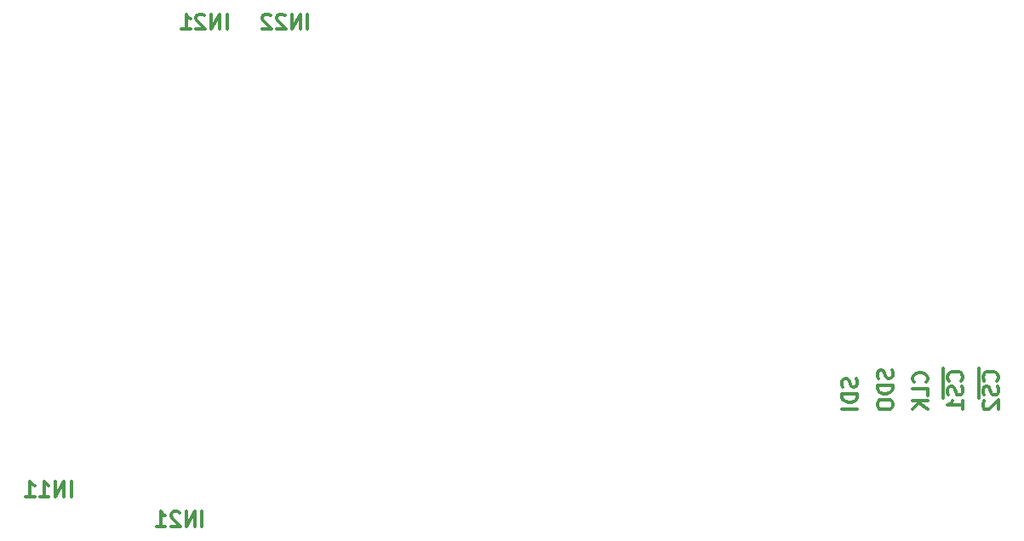
<source format=gbr>
%TF.GenerationSoftware,KiCad,Pcbnew,(6.0.0)*%
%TF.CreationDate,2022-01-20T20:45:04-08:00*%
%TF.ProjectId,dish-controller,64697368-2d63-46f6-9e74-726f6c6c6572,rev?*%
%TF.SameCoordinates,Original*%
%TF.FileFunction,Legend,Bot*%
%TF.FilePolarity,Positive*%
%FSLAX46Y46*%
G04 Gerber Fmt 4.6, Leading zero omitted, Abs format (unit mm)*
G04 Created by KiCad (PCBNEW (6.0.0)) date 2022-01-20 20:45:04*
%MOMM*%
%LPD*%
G01*
G04 APERTURE LIST*
%ADD10C,0.300000*%
G04 APERTURE END LIST*
D10*
X54980714Y-96678571D02*
X54980714Y-95178571D01*
X54266428Y-96678571D02*
X54266428Y-95178571D01*
X53409285Y-96678571D01*
X53409285Y-95178571D01*
X52766428Y-95321428D02*
X52695000Y-95250000D01*
X52552142Y-95178571D01*
X52195000Y-95178571D01*
X52052142Y-95250000D01*
X51980714Y-95321428D01*
X51909285Y-95464285D01*
X51909285Y-95607142D01*
X51980714Y-95821428D01*
X52837857Y-96678571D01*
X51909285Y-96678571D01*
X50480714Y-96678571D02*
X51337857Y-96678571D01*
X50909285Y-96678571D02*
X50909285Y-95178571D01*
X51052142Y-95392857D01*
X51195000Y-95535714D01*
X51337857Y-95607142D01*
X41980714Y-93678571D02*
X41980714Y-92178571D01*
X41266428Y-93678571D02*
X41266428Y-92178571D01*
X40409285Y-93678571D01*
X40409285Y-92178571D01*
X38909285Y-93678571D02*
X39766428Y-93678571D01*
X39337857Y-93678571D02*
X39337857Y-92178571D01*
X39480714Y-92392857D01*
X39623571Y-92535714D01*
X39766428Y-92607142D01*
X37480714Y-93678571D02*
X38337857Y-93678571D01*
X37909285Y-93678571D02*
X37909285Y-92178571D01*
X38052142Y-92392857D01*
X38195000Y-92535714D01*
X38337857Y-92607142D01*
X57480714Y-47178571D02*
X57480714Y-45678571D01*
X56766428Y-47178571D02*
X56766428Y-45678571D01*
X55909285Y-47178571D01*
X55909285Y-45678571D01*
X55266428Y-45821428D02*
X55195000Y-45750000D01*
X55052142Y-45678571D01*
X54695000Y-45678571D01*
X54552142Y-45750000D01*
X54480714Y-45821428D01*
X54409285Y-45964285D01*
X54409285Y-46107142D01*
X54480714Y-46321428D01*
X55337857Y-47178571D01*
X54409285Y-47178571D01*
X52980714Y-47178571D02*
X53837857Y-47178571D01*
X53409285Y-47178571D02*
X53409285Y-45678571D01*
X53552142Y-45892857D01*
X53695000Y-46035714D01*
X53837857Y-46107142D01*
X65480714Y-47178571D02*
X65480714Y-45678571D01*
X64766428Y-47178571D02*
X64766428Y-45678571D01*
X63909285Y-47178571D01*
X63909285Y-45678571D01*
X63266428Y-45821428D02*
X63195000Y-45750000D01*
X63052142Y-45678571D01*
X62695000Y-45678571D01*
X62552142Y-45750000D01*
X62480714Y-45821428D01*
X62409285Y-45964285D01*
X62409285Y-46107142D01*
X62480714Y-46321428D01*
X63337857Y-47178571D01*
X62409285Y-47178571D01*
X61837857Y-45821428D02*
X61766428Y-45750000D01*
X61623571Y-45678571D01*
X61266428Y-45678571D01*
X61123571Y-45750000D01*
X61052142Y-45821428D01*
X60980714Y-45964285D01*
X60980714Y-46107142D01*
X61052142Y-46321428D01*
X61909285Y-47178571D01*
X60980714Y-47178571D01*
X132255000Y-80947857D02*
X132255000Y-82447857D01*
X134035714Y-82162142D02*
X134107142Y-82090714D01*
X134178571Y-81876428D01*
X134178571Y-81733571D01*
X134107142Y-81519285D01*
X133964285Y-81376428D01*
X133821428Y-81305000D01*
X133535714Y-81233571D01*
X133321428Y-81233571D01*
X133035714Y-81305000D01*
X132892857Y-81376428D01*
X132750000Y-81519285D01*
X132678571Y-81733571D01*
X132678571Y-81876428D01*
X132750000Y-82090714D01*
X132821428Y-82162142D01*
X132255000Y-82447857D02*
X132255000Y-83876428D01*
X134107142Y-82733571D02*
X134178571Y-82947857D01*
X134178571Y-83305000D01*
X134107142Y-83447857D01*
X134035714Y-83519285D01*
X133892857Y-83590714D01*
X133750000Y-83590714D01*
X133607142Y-83519285D01*
X133535714Y-83447857D01*
X133464285Y-83305000D01*
X133392857Y-83019285D01*
X133321428Y-82876428D01*
X133250000Y-82805000D01*
X133107142Y-82733571D01*
X132964285Y-82733571D01*
X132821428Y-82805000D01*
X132750000Y-82876428D01*
X132678571Y-83019285D01*
X132678571Y-83376428D01*
X132750000Y-83590714D01*
X132821428Y-84162142D02*
X132750000Y-84233571D01*
X132678571Y-84376428D01*
X132678571Y-84733571D01*
X132750000Y-84876428D01*
X132821428Y-84947857D01*
X132964285Y-85019285D01*
X133107142Y-85019285D01*
X133321428Y-84947857D01*
X134178571Y-84090714D01*
X134178571Y-85019285D01*
X128755000Y-80947857D02*
X128755000Y-82447857D01*
X130535714Y-82162142D02*
X130607142Y-82090714D01*
X130678571Y-81876428D01*
X130678571Y-81733571D01*
X130607142Y-81519285D01*
X130464285Y-81376428D01*
X130321428Y-81305000D01*
X130035714Y-81233571D01*
X129821428Y-81233571D01*
X129535714Y-81305000D01*
X129392857Y-81376428D01*
X129250000Y-81519285D01*
X129178571Y-81733571D01*
X129178571Y-81876428D01*
X129250000Y-82090714D01*
X129321428Y-82162142D01*
X128755000Y-82447857D02*
X128755000Y-83876428D01*
X130607142Y-82733571D02*
X130678571Y-82947857D01*
X130678571Y-83305000D01*
X130607142Y-83447857D01*
X130535714Y-83519285D01*
X130392857Y-83590714D01*
X130250000Y-83590714D01*
X130107142Y-83519285D01*
X130035714Y-83447857D01*
X129964285Y-83305000D01*
X129892857Y-83019285D01*
X129821428Y-82876428D01*
X129750000Y-82805000D01*
X129607142Y-82733571D01*
X129464285Y-82733571D01*
X129321428Y-82805000D01*
X129250000Y-82876428D01*
X129178571Y-83019285D01*
X129178571Y-83376428D01*
X129250000Y-83590714D01*
X130678571Y-85019285D02*
X130678571Y-84162142D01*
X130678571Y-84590714D02*
X129178571Y-84590714D01*
X129392857Y-84447857D01*
X129535714Y-84305000D01*
X129607142Y-84162142D01*
X127035714Y-82305000D02*
X127107142Y-82233571D01*
X127178571Y-82019285D01*
X127178571Y-81876428D01*
X127107142Y-81662142D01*
X126964285Y-81519285D01*
X126821428Y-81447857D01*
X126535714Y-81376428D01*
X126321428Y-81376428D01*
X126035714Y-81447857D01*
X125892857Y-81519285D01*
X125750000Y-81662142D01*
X125678571Y-81876428D01*
X125678571Y-82019285D01*
X125750000Y-82233571D01*
X125821428Y-82305000D01*
X127178571Y-83662142D02*
X127178571Y-82947857D01*
X125678571Y-82947857D01*
X127178571Y-84162142D02*
X125678571Y-84162142D01*
X127178571Y-85019285D02*
X126321428Y-84376428D01*
X125678571Y-85019285D02*
X126535714Y-84162142D01*
X123607142Y-81090714D02*
X123678571Y-81305000D01*
X123678571Y-81662142D01*
X123607142Y-81805000D01*
X123535714Y-81876428D01*
X123392857Y-81947857D01*
X123250000Y-81947857D01*
X123107142Y-81876428D01*
X123035714Y-81805000D01*
X122964285Y-81662142D01*
X122892857Y-81376428D01*
X122821428Y-81233571D01*
X122750000Y-81162142D01*
X122607142Y-81090714D01*
X122464285Y-81090714D01*
X122321428Y-81162142D01*
X122250000Y-81233571D01*
X122178571Y-81376428D01*
X122178571Y-81733571D01*
X122250000Y-81947857D01*
X123678571Y-82590714D02*
X122178571Y-82590714D01*
X122178571Y-82947857D01*
X122250000Y-83162142D01*
X122392857Y-83305000D01*
X122535714Y-83376428D01*
X122821428Y-83447857D01*
X123035714Y-83447857D01*
X123321428Y-83376428D01*
X123464285Y-83305000D01*
X123607142Y-83162142D01*
X123678571Y-82947857D01*
X123678571Y-82590714D01*
X122178571Y-84376428D02*
X122178571Y-84662142D01*
X122250000Y-84805000D01*
X122392857Y-84947857D01*
X122678571Y-85019285D01*
X123178571Y-85019285D01*
X123464285Y-84947857D01*
X123607142Y-84805000D01*
X123678571Y-84662142D01*
X123678571Y-84376428D01*
X123607142Y-84233571D01*
X123464285Y-84090714D01*
X123178571Y-84019285D01*
X122678571Y-84019285D01*
X122392857Y-84090714D01*
X122250000Y-84233571D01*
X122178571Y-84376428D01*
X120107142Y-81947857D02*
X120178571Y-82162142D01*
X120178571Y-82519285D01*
X120107142Y-82662142D01*
X120035714Y-82733571D01*
X119892857Y-82805000D01*
X119750000Y-82805000D01*
X119607142Y-82733571D01*
X119535714Y-82662142D01*
X119464285Y-82519285D01*
X119392857Y-82233571D01*
X119321428Y-82090714D01*
X119250000Y-82019285D01*
X119107142Y-81947857D01*
X118964285Y-81947857D01*
X118821428Y-82019285D01*
X118750000Y-82090714D01*
X118678571Y-82233571D01*
X118678571Y-82590714D01*
X118750000Y-82805000D01*
X120178571Y-83447857D02*
X118678571Y-83447857D01*
X118678571Y-83805000D01*
X118750000Y-84019285D01*
X118892857Y-84162142D01*
X119035714Y-84233571D01*
X119321428Y-84305000D01*
X119535714Y-84305000D01*
X119821428Y-84233571D01*
X119964285Y-84162142D01*
X120107142Y-84019285D01*
X120178571Y-83805000D01*
X120178571Y-83447857D01*
X120178571Y-84947857D02*
X118678571Y-84947857D01*
M02*

</source>
